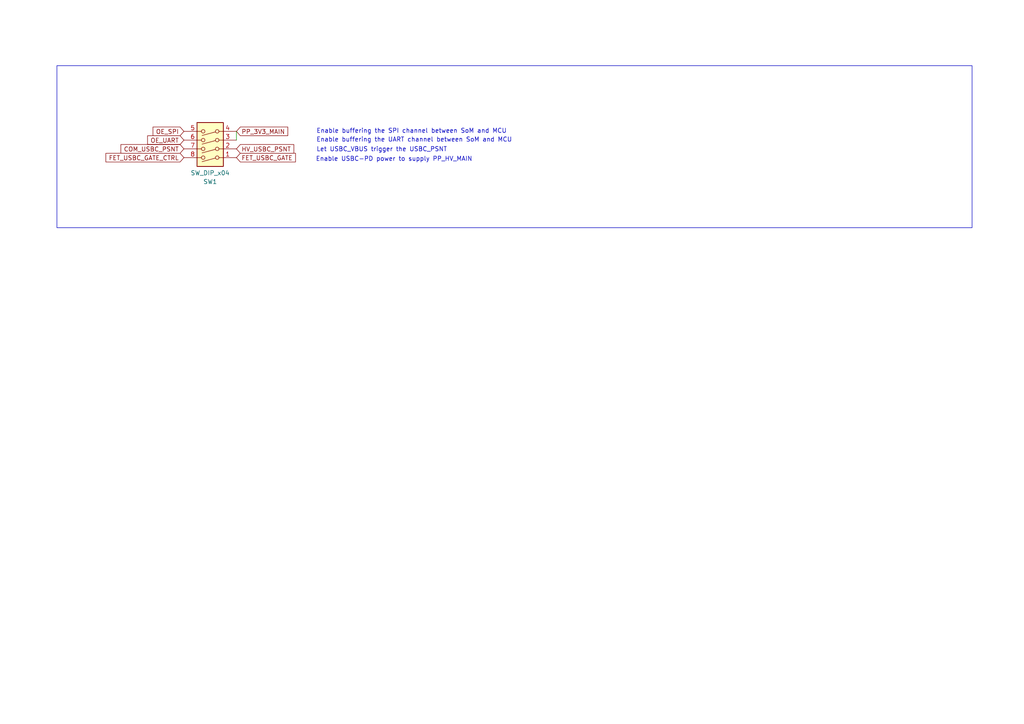
<source format=kicad_sch>
(kicad_sch (version 20231120) (generator "eeschema") (generator_version "8.0")
  (paper "A4")
  (title_block (date "2025-02-17") (rev "2.0") (comment 1 "Matthew Guo") (comment 2 "matthew@paisleymicro.com") (comment 3 "Matthew Guo") (comment 4 "matthew@paisleymicro.com") (comment 5 "Firefly-4") (comment 6 "PAISLEY-FC-4") (comment 7 "2025") (comment 8 "Firefly Automation Controller for RPi CM4"))
  (lib_symbols
    (symbol "Switch:SW_DIP_x04" (pin_names (offset 0) hide)
      (property "Reference" "SW" (at 0 8.89 0))
      (property "Value" "SW_DIP_x04" (at 0 -6.35 0))
      (symbol "SW_DIP_x04_0_0"
        (circle (center -2.032 -2.54) (radius 0.508))
        (circle (center -2.032 0) (radius 0.508))
        (circle (center -2.032 2.54) (radius 0.508))
        (circle (center -2.032 5.08) (radius 0.508))
        (polyline (pts (xy -1.524 -2.3876) (xy 2.3622 -1.3462)))
        (polyline (pts (xy -1.524 0.127) (xy 2.3622 1.1684)))
        (polyline (pts (xy -1.524 2.667) (xy 2.3622 3.7084)))
        (polyline (pts (xy -1.524 5.207) (xy 2.3622 6.2484)))
        (circle (center 2.032 -2.54) (radius 0.508))
        (circle (center 2.032 0) (radius 0.508))
        (circle (center 2.032 2.54) (radius 0.508))
        (circle (center 2.032 5.08) (radius 0.508))
      )
      (symbol "SW_DIP_x04_0_1"
        (rectangle (start -3.81 7.62) (end 3.81 -5.08) (stroke (width 0.254)) (fill (type background)))
      )
      (symbol "SW_DIP_x04_1_1"
        (pin passive line (at -7.62 5.08 0) (length 5.08) (name "~") (number "1"))
        (pin passive line (at -7.62 2.54 0) (length 5.08) (name "~") (number "2"))
        (pin passive line (at -7.62 0 0) (length 5.08) (name "~") (number "3"))
        (pin passive line (at -7.62 -2.54 0) (length 5.08) (name "~") (number "4"))
        (pin passive line (at 7.62 -2.54 180) (length 5.08) (name "~") (number "5"))
        (pin passive line (at 7.62 0 180) (length 5.08) (name "~") (number "6"))
        (pin passive line (at 7.62 2.54 180) (length 5.08) (name "~") (number "7"))
        (pin passive line (at 7.62 5.08 180) (length 5.08) (name "~") (number "8"))
      )
    )
  )
  (wire (pts (xy 68.58 38.1) (xy 68.58 40.64)))
  (rectangle (start 16.51 19.05) (end 281.94 66.04))
  (text "Enable USBC-PD power to supply PP_HV_MAIN" (at 114.3 46.228 0) (effects (font (size 1.27 1.27))))
  (text "Let USBC_VBUS trigger the USBC_PSNT" (at 110.744 43.434 0) (effects (font (size 1.27 1.27))))
  (text "Enable buffering the UART channel between SoM and MCU" (at 120.142 40.64 0) (effects (font (size 1.27 1.27))))
  (text "Enable buffering the SPI channel between SoM and MCU" (at 119.38 38.1 0) (effects (font (size 1.27 1.27))))
  (global_label "PP_3V3_MAIN" (shape input) (at 68.58 38.1 0) (property "Intersheetrefs" "${INTERSHEET_REFS}" (effects (hide yes))))
  (global_label "FET_USBC_GATE_CTRL" (shape input) (at 53.34 45.72 180) (property "Intersheetrefs" "${INTERSHEET_REFS}" (effects (hide yes))))
  (global_label "OE_SPI" (shape input) (at 53.34 38.1 180) (property "Intersheetrefs" "${INTERSHEET_REFS}" (effects (hide yes))))
  (global_label "COM_USBC_PSNT" (shape input) (at 53.34 43.18 180) (property "Intersheetrefs" "${INTERSHEET_REFS}" (effects (hide yes))))
  (global_label "HV_USBC_PSNT" (shape input) (at 68.58 43.18 0) (property "Intersheetrefs" "${INTERSHEET_REFS}" (effects (hide yes))))
  (global_label "OE_UART" (shape input) (at 53.34 40.64 180) (property "Intersheetrefs" "${INTERSHEET_REFS}" (effects (hide yes))))
  (global_label "FET_USBC_GATE" (shape input) (at 68.58 45.72 0) (property "Intersheetrefs" "${INTERSHEET_REFS}" (effects (hide yes))))
  (symbol (lib_id "Switch:SW_DIP_x04") (at 60.96 40.64 180) (unit 1)
    (property "Reference" "SW1" (at 60.96 52.705 0))
    (property "Value" "SW_DIP_x04" (at 60.96 50.165 0))
    (property "Footprint" "Button_Switch_SMD:SW_DIP_SPSTx04_Slide_Copal_CHS-04A_W5.08mm_P1.27mm_JPin" (effects (hide yes)))
  )
)
</source>
